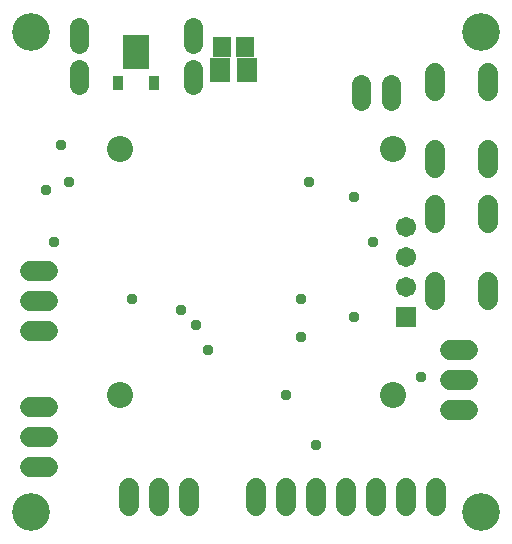
<source format=gbr>
G04 EAGLE Gerber RS-274X export*
G75*
%MOMM*%
%FSLAX34Y34*%
%LPD*%
%INSoldermask Bottom*%
%IPPOS*%
%AMOC8*
5,1,8,0,0,1.08239X$1,22.5*%
G01*
%ADD10C,3.203194*%
%ADD11R,0.903200X1.303200*%
%ADD12R,2.203200X3.003200*%
%ADD13C,1.727200*%
%ADD14C,1.603200*%
%ADD15R,1.711200X1.711200*%
%ADD16C,1.711200*%
%ADD17C,2.203200*%
%ADD18R,1.503200X1.703200*%
%ADD19C,1.625600*%
%ADD20R,1.753200X2.003200*%
%ADD21C,0.959600*%


D10*
X165100Y546100D03*
X165100Y139700D03*
X546100Y139700D03*
X546100Y546100D03*
D11*
X239000Y503200D03*
X269000Y503200D03*
D12*
X254000Y529700D03*
D13*
X552196Y511302D02*
X552196Y496062D01*
X506984Y496062D02*
X506984Y511302D01*
X552196Y446278D02*
X552196Y431038D01*
X506984Y431038D02*
X506984Y446278D01*
X552196Y399542D02*
X552196Y384302D01*
X506984Y384302D02*
X506984Y399542D01*
X552196Y334518D02*
X552196Y319278D01*
X506984Y319278D02*
X506984Y334518D01*
D14*
X302500Y501300D02*
X302500Y515300D01*
X205500Y515300D02*
X205500Y501300D01*
X302500Y536300D02*
X302500Y550300D01*
X205500Y550300D02*
X205500Y536300D01*
D15*
X482600Y304800D03*
D16*
X482600Y330200D03*
X482600Y355600D03*
X482600Y381000D03*
D17*
X471170Y238760D03*
X471170Y447040D03*
X240030Y447040D03*
X240030Y238760D03*
D18*
X327050Y533400D03*
X346050Y533400D03*
D13*
X298450Y160020D02*
X298450Y144780D01*
X273050Y144780D02*
X273050Y160020D01*
X247650Y160020D02*
X247650Y144780D01*
X179070Y177800D02*
X163830Y177800D01*
X163830Y203200D02*
X179070Y203200D01*
X179070Y228600D02*
X163830Y228600D01*
X163830Y293370D02*
X179070Y293370D01*
X179070Y318770D02*
X163830Y318770D01*
X163830Y344170D02*
X179070Y344170D01*
D19*
X444500Y488188D02*
X444500Y502412D01*
X469900Y502412D02*
X469900Y488188D01*
D20*
X324800Y514350D03*
X348300Y514350D03*
D13*
X519430Y226060D02*
X534670Y226060D01*
X534670Y251460D02*
X519430Y251460D01*
X519430Y276860D02*
X534670Y276860D01*
X406400Y160020D02*
X406400Y144780D01*
X381000Y144780D02*
X381000Y160020D01*
X355600Y160020D02*
X355600Y144780D01*
X431800Y144780D02*
X431800Y160020D01*
X457200Y160020D02*
X457200Y144780D01*
X482600Y144780D02*
X482600Y160020D01*
X508000Y160020D02*
X508000Y144780D01*
D21*
X393700Y288290D03*
X438150Y304800D03*
X196850Y419100D03*
X184150Y368300D03*
X177800Y412750D03*
X190500Y450850D03*
X495300Y254000D03*
X454660Y368300D03*
X393700Y320040D03*
X250190Y320040D03*
X304800Y298450D03*
X406400Y196850D03*
X292100Y311150D03*
X381000Y238760D03*
X314960Y276860D03*
X400050Y419100D03*
X438150Y406400D03*
M02*

</source>
